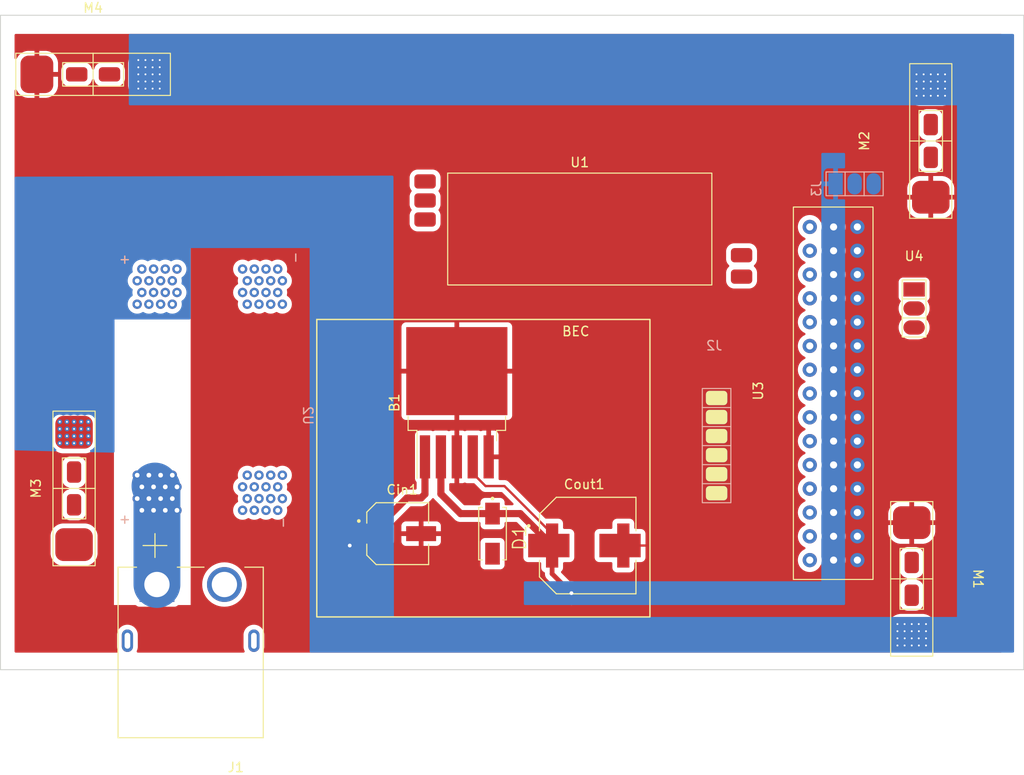
<source format=kicad_pcb>
(kicad_pcb (version 20211014) (generator pcbnew)
  (title_block (title "Indrones S25 PCB") (date "2022-09-22") (rev "V2.0") (company "Indrones") (comment 4 "Author: Lakshya Jain"))
  (layers (0 "F.Cu" signal) (31 "B.Cu" signal) (34 "B.Paste" user) (35 "F.Paste" user) (36 "B.SilkS" user "B.Silkscreen") (37 "F.SilkS" user "F.Silkscreen") (38 "B.Mask" user) (39 "F.Mask" user) (44 "Edge.Cuts" user))
  (net 0 "")
  (net 1 "VCC")
  (net 2 "+5V")
  (net 3 "GND")
  (net 4 "Net-(J1-Pad1)")
  (net 5 "Net-(J1-Pad2)")
  (footprint "S25_Lib:Relay" (layer "F.Cu") (at 146.685 100.838)
    (fp_text reference "U1" (at 0 -7.112 unlocked) (layer "F.SilkS"))
    (fp_text value "Relay")
    (fp_rect (start -14.097 -5.969) (end 14.097 5.969) (layer "F.SilkS") (width 0.12) (fill none))
    (pad "1" smd roundrect (at 17.272 2.794) (size 2.286 1.524) (layers "F.Cu" "F.Paste" "F.Mask"))
    (pad "2" smd roundrect (at 17.272 5.08) (size 2.286 1.524) (layers "F.Cu" "F.Paste" "F.Mask"))
    (pad "3" smd roundrect (at -16.51 -5.08) (size 2.286 1.524) (layers "F.Cu" "F.Paste" "F.Mask"))
    (pad "4" smd roundrect (at -16.51 -3.048) (size 2.286 1.524) (layers "F.Cu" "F.Paste" "F.Mask"))
    (pad "5" smd roundrect (at -16.51 -1.016) (size 2.286 1.524) (layers "F.Cu" "F.Paste" "F.Mask"))
  )
  (footprint "S25_Lib:CAP_EEEFK1C102SV" (layer "F.Cu") (at 147.534 134.62)
    (fp_text reference "Cout1" (at -0.375 -6.535) (layer "F.SilkS"))
    (fp_text value "1000uF")
    (fp_line (start -5.15 -3.35) (end -5.15 -1.57) (layer "F.SilkS") (width 0.127))
    (fp_line (start -3.35 -5.15) (end -5.15 -3.35) (layer "F.SilkS") (width 0.127))
    (fp_line (start 5.15 -1.57) (end 5.15 -5.15) (layer "F.SilkS") (width 0.127))
    (fp_line (start 5.15 -5.15) (end -3.35 -5.15) (layer "F.SilkS") (width 0.127))
    (fp_line (start 5.15 5.15) (end 5.15 1.57) (layer "F.SilkS") (width 0.127))
    (fp_line (start -5.15 3.35) (end -3.35 5.15) (layer "F.SilkS") (width 0.127))
    (fp_line (start -5.15 1.57) (end -5.15 3.35) (layer "F.SilkS") (width 0.127))
    (fp_line (start -3.35 5.15) (end 5.15 5.15) (layer "F.SilkS") (width 0.127))
    (fp_circle (center -6.3 -2.1) (end -6.2 -2.1) (layer "F.SilkS") (width 0.2) (fill none))
    (pad "1" smd custom (at -3.8 0) (size 2 2) (layers "F.Cu") (net 2 "+5V") (options (clearance outline) (anchor rect)) (primitives (gr_poly (pts (xy -0.65 2.35) (xy -0.65 1.25) (xy -2.55 1.25) (xy -2.55 -1.25) (xy -0.65 -1.25) (xy -0.65 -2.35) (xy 0.65 -2.35) (xy 0.65 -1.25) (xy 1.85 -1.25) (xy 1.85 1.25) (xy 0.65 1.25) (xy 0.65 2.35)) (width 0.01) (fill yes))))
    (pad "2" smd custom (at 3.8 0 180) (size 2 2) (layers "F.Cu") (net 3 "GND") (options (clearance outline) (anchor rect)) (primitives (gr_poly (pts (xy 0.65 2.35) (xy 0.65 1.25) (xy 2.55 1.25) (xy 2.55 -1.25) (xy 0.65 -1.25) (xy 0.65 -2.35) (xy -0.65 -2.35) (xy -0.65 -1.25) (xy -1.85 -1.25) (xy -1.85 1.25) (xy -0.65 1.25) (xy -0.65 2.35)) (width 0.01) (fill yes))))
  )
  (footprint "S25_Lib:Motor" (layer "F.Cu") (at 182.118 138.176 -90)
    (fp_text reference "M1" (at 0 -7.088 -90 unlocked) (layer "F.SilkS"))
    (fp_text value "Motor")
    (fp_line (start 0 -2.25) (end 0 2.25) (layer "F.SilkS") (width 0.12))
    (fp_rect (start -8.25 -2.25) (end 8.25 2.25) (layer "F.SilkS") (width 0.12) (fill none))
    (fp_rect (start 3.25 -1.25) (end -3.25 1.25) (layer "F.SilkS") (width 0.12) (fill none))
    (pad "" thru_hole circle (at 4.826 1.524 270) (size 0.5 0.5) (drill 0.2) (layers *.Cu *.Mask) (net 1 "VCC"))
    (pad "" thru_hole circle (at 7.112 0 270) (size 0.5 0.5) (drill 0.2) (layers *.Cu *.Mask) (net 1 "VCC"))
    (pad "" thru_hole circle (at 6.35 0.75 270) (size 0.5 0.5) (drill 0.2) (layers *.Cu *.Mask) (net 1 "VCC"))
    (pad "" thru_hole circle (at 5.588 1.524 270) (size 0.5 0.5) (drill 0.2) (layers *.Cu *.Mask) (net 1 "VCC"))
    (pad "" thru_hole circle (at 4.826 -1.524 270) (size 0.5 0.5) (drill 0.2) (layers *.Cu *.Mask) (net 1 "VCC"))
    (pad "" thru_hole circle (at 7.112 1.524 270) (size 0.5 0.5) (drill 0.2) (layers *.Cu *.Mask) (net 1 "VCC"))
    (pad "" thru_hole circle (at 5.588 0.762 270) (size 0.5 0.5) (drill 0.2) (layers *.Cu *.Mask) (net 1 "VCC"))
    (pad "" thru_hole circle (at 6.35 0 270) (size 0.5 0.5) (drill 0.2) (layers *.Cu *.Mask) (net 1 "VCC"))
    (pad "" thru_hole circle (at 6.35 -0.75 270) (size 0.5 0.5) (drill 0.2) (layers *.Cu *.Mask) (net 1 "VCC"))
    (pad "" thru_hole circle (at 6.35 1.524 270) (size 0.5 0.5) (drill 0.2) (layers *.Cu *.Mask) (net 1 "VCC"))
    (pad "" thru_hole circle (at 7.112 -1.524 270) (size 0.5 0.5) (drill 0.2) (layers *.Cu *.Mask) (net 1 "VCC"))
    (pad "" thru_hole circle (at 5.588 0 270) (size 0.5 0.5) (drill 0.2) (layers *.Cu *.Mask) (net 1 "VCC"))
    (pad "" thru_hole circle (at 5.588 -1.524 270) (size 0.5 0.5) (drill 0.2) (layers *.Cu *.Mask) (net 1 "VCC"))
    (pad "" thru_hole circle (at 4.826 -0.75 270) (size 0.5 0.5) (drill 0.2) (layers *.Cu *.Mask) (net 1 "VCC"))
    (pad "" thru_hole circle (at 7.112 -0.762 270) (size 0.5 0.5) (drill 0.2) (layers *.Cu *.Mask) (net 1 "VCC"))
    (pad "" thru_hole circle (at 4.826 0.762 270) (size 0.5 0.5) (drill 0.2) (layers *.Cu *.Mask) (net 1 "VCC"))
    (pad "" thru_hole circle (at 4.826 0 270) (size 0.5 0.5) (drill 0.2) (layers *.Cu *.Mask) (net 1 "VCC"))
    (pad "" smd roundrect (at 6 0 270) (size 3.5 4) (layers "F.Cu" "F.Paste" "F.Mask") (net 1 "VCC"))
    (pad "" thru_hole circle (at 7.112 0.762 270) (size 0.5 0.5) (drill 0.2) (layers *.Cu *.Mask) (net 1 "VCC"))
    (pad "" thru_hole circle (at 5.588 -0.762 270) (size 0.5 0.5) (drill 0.2) (layers *.Cu *.Mask) (net 1 "VCC"))
    (pad "" thru_hole circle (at 6.35 -1.524 270) (size 0.5 0.5) (drill 0.2) (layers *.Cu *.Mask) (net 1 "VCC"))
    (pad "-" smd roundrect (at -6 0 270) (size 3.5 4) (layers "F.Cu" "F.Paste" "F.Mask") (net 3 "GND"))
    (pad "G" smd roundrect (at -1.75 0 270) (size 2.286 1.524) (layers "F.Cu" "F.Paste" "F.Mask"))
    (pad "S" smd roundrect (at 1.75 0 270) (size 2.286 1.524) (layers "F.Cu" "F.Paste" "F.Mask"))
  )
  (footprint "S25_Lib:Motor" (layer "F.Cu") (at 94.742 84.328)
    (fp_text reference "M4" (at 0 -7.088 unlocked) (layer "F.SilkS"))
    (fp_text value "Motor")
    (fp_line (start 0 -2.25) (end 0 2.25) (layer "F.SilkS") (width 0.12))
    (fp_rect (start -8.25 -2.25) (end 8.25 2.25) (layer "F.SilkS") (width 0.12) (fill none))
    (fp_rect (start 3.25 -1.25) (end -3.25 1.25) (layer "F.SilkS") (width 0.12) (fill none))
    (pad "" thru_hole circle (at 5.588 0.762) (size 0.5 0.5) (drill 0.2) (layers *.Cu *.Mask) (net 1 "VCC"))
    (pad "" thru_hole circle (at 7.112 -0.762) (size 0.5 0.5) (drill 0.2) (layers *.Cu *.Mask) (net 1 "VCC"))
    (pad "" thru_hole circle (at 5.588 1.524) (size 0.5 0.5) (drill 0.2) (layers *.Cu *.Mask) (net 1 "VCC"))
    (pad "" thru_hole circle (at 4.826 0) (size 0.5 0.5) (drill 0.2) (layers *.Cu *.Mask) (net 1 "VCC"))
    (pad "" thru_hole circle (at 5.588 -0.762) (size 0.5 0.5) (drill 0.2) (layers *.Cu *.Mask) (net 1 "VCC"))
    (pad "" thru_hole circle (at 7.112 0.762) (size 0.5 0.5) (drill 0.2) (layers *.Cu *.Mask) (net 1 "VCC"))
    (pad "" thru_hole circle (at 6.35 -1.524) (size 0.5 0.5) (drill 0.2) (layers *.Cu *.Mask) (net 1 "VCC"))
    (pad "" thru_hole circle (at 6.35 -0.75) (size 0.5 0.5) (drill 0.2) (layers *.Cu *.Mask) (net 1 "VCC"))
    (pad "" thru_hole circle (at 4.826 -1.524) (size 0.5 0.5) (drill 0.2) (layers *.Cu *.Mask) (net 1 "VCC"))
    (pad "" thru_hole circle (at 4.826 -0.75) (size 0.5 0.5) (drill 0.2) (layers *.Cu *.Mask) (net 1 "VCC"))
    (pad "" thru_hole circle (at 6.35 0.75) (size 0.5 0.5) (drill 0.2) (layers *.Cu *.Mask) (net 1 "VCC"))
    (pad "" thru_hole circle (at 7.112 0) (size 0.5 0.5) (drill 0.2) (layers *.Cu *.Mask) (net 1 "VCC"))
    (pad "" thru_hole circle (at 6.35 1.524) (size 0.5 0.5) (drill 0.2) (layers *.Cu *.Mask) (net 1 "VCC"))
    (pad "" thru_hole circle (at 4.826 0.762) (size 0.5 0.5) (drill 0.2) (layers *.Cu *.Mask) (net 1 "VCC"))
    (pad "" thru_hole circle (at 5.588 -1.524) (size 0.5 0.5) (drill 0.2) (layers *.Cu *.Mask) (net 1 "VCC"))
    (pad "" thru_hole circle (at 4.826 1.524) (size 0.5 0.5) (drill 0.2) (layers *.Cu *.Mask) (net 1 "VCC"))
    (pad "" thru_hole circle (at 5.588 0) (size 0.5 0.5) (drill 0.2) (layers *.Cu *.Mask) (net 1 "VCC"))
    (pad "" thru_hole circle (at 7.112 -1.524) (size 0.5 0.5) (drill 0.2) (layers *.Cu *.Mask) (net 1 "VCC"))
    (pad "" thru_hole circle (at 6.35 0) (size 0.5 0.5) (drill 0.2) (layers *.Cu *.Mask) (net 1 "VCC"))
    (pad "" thru_hole circle (at 7.112 1.524) (size 0.5 0.5) (drill 0.2) (layers *.Cu *.Mask) (net 1 "VCC"))
    (pad "+" smd roundrect (at 6 0) (size 3.5 4) (layers "F.Cu" "F.Paste" "F.Mask") (net 1 "VCC"))
    (pad "-" smd roundrect (at -6 0) (size 3.5 4) (layers "F.Cu" "F.Paste" "F.Mask") (net 3 "GND"))
    (pad "G" smd roundrect (at -1.75 0) (size 2.286 1.524) (layers "F.Cu" "F.Paste" "F.Mask"))
    (pad "S" smd roundrect (at 1.75 0) (size 2.286 1.524) (layers "F.Cu" "F.Paste" "F.Mask"))
  )
  (footprint "S25_Lib:CAP_EEEFPC101XAL" (layer "F.Cu") (at 127.254 133.35)
    (fp_text reference "Cin1" (at 0.475 -4.685) (layer "F.SilkS"))
    (fp_text value "100uF")
    (fp_line (start -3.3 1.12) (end -3.3 2.3) (layer "F.SilkS") (width 0.127))
    (fp_line (start -3.3 -2.3) (end -3.3 -1.12) (layer "F.SilkS") (width 0.127))
    (fp_line (start -2.3 -3.3) (end -3.3 -2.3) (layer "F.SilkS") (width 0.127))
    (fp_line (start 3.3 -3.3) (end -2.3 -3.3) (layer "F.SilkS") (width 0.127))
    (fp_line (start -3.3 2.3) (end -2.3 3.3) (layer "F.SilkS") (width 0.127))
    (fp_line (start -2.3 3.3) (end 3.3 3.3) (layer "F.SilkS") (width 0.127))
    (fp_line (start 3.3 3.3) (end 3.3 1.12) (layer "F.SilkS") (width 0.127))
    (fp_line (start 3.3 -1.12) (end 3.3 -3.3) (layer "F.SilkS") (width 0.127))
    (fp_circle (center -4.15 -1.35) (end -4.05 -1.35) (layer "F.SilkS") (width 0.2) (fill none))
    (pad "1" smd rect (at -2.5 0) (size 3.2 1.6) (layers "F.Cu" "F.Paste" "F.Mask") (net 1 "VCC"))
    (pad "2" smd rect (at 2.5 0) (size 3.2 1.6) (layers "F.Cu" "F.Paste" "F.Mask") (net 3 "GND"))
  )
  (footprint "S25_Lib:RCOut" (layer "F.Cu") (at 182.372 104.235)
    (fp_text reference "U4" (at 0 -0.5 unlocked) (layer "F.SilkS"))
    (fp_text value "RC_out")
    (fp_line (start 1.27 6.096) (end -1.27 6.096) (layer "F.SilkS") (width 0.12))
    (fp_line (start -1.27 4.064) (end 1.27 4.064) (layer "F.SilkS") (width 0.12))
    (fp_rect (start -1.27 2.032) (end 1.27 8.128) (layer "F.SilkS") (width 0.12) (fill none))
    (pad "1" smd rect (at 0 3.048) (size 2.286 1.524) (layers "F.Cu" "F.Paste" "F.Mask"))
    (pad "2" smd oval (at 0 5.08) (size 2.286 1.524) (layers "F.Cu" "F.Paste" "F.Mask"))
    (pad "3" smd oval (at 0 7.112) (size 2.286 1.524) (layers "F.Cu" "F.Paste" "F.Mask"))
  )
  (footprint "S25_Lib:Motor" (layer "F.Cu") (at 92.71 128.524 90)
    (fp_text reference "M3" (at 0 -4.064 90 unlocked) (layer "F.SilkS"))
    (fp_text value "Motor")
    (fp_line (start 0 -2.25) (end 0 2.25) (layer "F.SilkS") (width 0.12))
    (fp_rect (start 3.25 -1.25) (end -3.25 1.25) (layer "F.SilkS") (width 0.12) (fill none))
    (fp_rect (start -8.25 -2.25) (end 8.25 2.25) (layer "F.SilkS") (width 0.12) (fill none))
    (pad "" thru_hole circle (at 6.35 1.524 90) (size 0.5 0.5) (drill 0.2) (layers *.Cu *.Mask))
    (pad "" thru_hole circle (at 7.112 -1.524 90) (size 0.5 0.5) (drill 0.2) (layers *.Cu *.Mask))
    (pad "" thru_hole circle (at 7.112 0.762 90) (size 0.5 0.5) (drill 0.2) (layers *.Cu *.Mask))
    (pad "" thru_hole circle (at 7.112 -0.762 90) (size 0.5 0.5) (drill 0.2) (layers *.Cu *.Mask))
    (pad "" thru_hole circle (at 6.35 0 90) (size 0.5 0.5) (drill 0.2) (layers *.Cu *.Mask))
    (pad "" thru_hole circle (at 5.588 1.524 90) (size 0.5 0.5) (drill 0.2) (layers *.Cu *.Mask))
    (pad "" thru_hole circle (at 4.826 0.762 90) (size 0.5 0.5) (drill 0.2) (layers *.Cu *.Mask))
    (pad "" thru_hole circle (at 6.35 -0.75 90) (size 0.5 0.5) (drill 0.2) (layers *.Cu *.Mask))
    (pad "" thru_hole circle (at 7.112 0 90) (size 0.5 0.5) (drill 0.2) (layers *.Cu *.Mask))
    (pad "" thru_hole circle (at 4.826 1.524 90) (size 0.5 0.5) (drill 0.2) (layers *.Cu *.Mask))
    (pad "" thru_hole circle (at 6.35 -1.524 90) (size 0.5 0.5) (drill 0.2) (layers *.Cu *.Mask))
    (pad "" thru_hole circle (at 4.826 -0.75 90) (size 0.5 0.5) (drill 0.2) (layers *.Cu *.Mask))
    (pad "" thru_hole circle (at 5.588 -0.762 90) (size 0.5 0.5) (drill 0.2) (layers *.Cu *.Mask))
    (pad "" thru_hole circle (at 5.588 0 90) (size 0.5 0.5) (drill 0.2) (layers *.Cu *.Mask))
    (pad "" thru_hole circle (at 5.588 -1.524 90) (size 0.5 0.5) (drill 0.2) (layers *.Cu *.Mask))
    (pad "" thru_hole circle (at 4.826 -1.524 90) (size 0.5 0.5) (drill 0.2) (layers *.Cu *.Mask))
    (pad "" thru_hole circle (at 7.112 1.524 90) (size 0.5 0.5) (drill 0.2) (layers *.Cu *.Mask))
    (pad "" thru_hole circle (at 5.588 0.762 90) (size 0.5 0.5) (drill 0.2) (layers *.Cu *.Mask))
    (pad "" thru_hole circle (at 6.35 0.75 90) (size 0.5 0.5) (drill 0.2) (layers *.Cu *.Mask))
    (pad "" thru_hole circle (at 4.826 0 90) (size 0.5 0.5) (drill 0.2) (layers *.Cu *.Mask))
    (pad "+" smd roundrect (at 6 0 90) (size 3.5 4) (layers "F.Cu" "F.Paste" "F.Mask"))
    (pad "-" smd roundrect (at -6 0 90) (size 3.5 4) (layers "F.Cu" "F.Paste" "F.Mask"))
    (pad "G" smd roundrect (at -1.75 0 90) (size 2.286 1.524) (layers "F.Cu" "F.Paste" "F.Mask"))
    (pad "S" smd roundrect (at 1.75 0 90) (size 2.286 1.524) (layers "F.Cu" "F.Paste" "F.Mask"))
  )
  (footprint "Package_TO_SOT_SMD:TO-263-5_TabPin3" (layer "F.Cu") (at 133.564 119.38 90)
    (fp_text reference "B1" (at 0 -6.65 90) (layer "F.SilkS"))
    (fp_text value "LM2576HVS-5")
    (fp_line (start -2.95 -4.25) (end -8.075 -4.25) (layer "F.SilkS") (width 0.12))
    (fp_line (start -2.95 5.2) (end -2.95 4.25) (layer "F.SilkS") (width 0.12))
    (fp_line (start -1.45 -5.2) (end -2.95 -5.2) (layer "F.SilkS") (width 0.12))
    (fp_line (start -1.45 5.2) (end -2.95 5.2) (layer "F.SilkS") (width 0.12))
    (fp_line (start -2.95 -5.2) (end -2.95 -4.25) (layer "F.SilkS") (width 0.12))
    (fp_line (start -2.95 4.25) (end -4.05 4.25) (layer "F.SilkS") (width 0.12))
    (pad "1" smd rect (at -5.775 -3.4 90) (size 4.6 1.1) (layers "F.Cu" "F.Paste" "F.Mask") (net 1 "VCC"))
    (pad "2" smd rect (at -5.775 -1.7 90) (size 4.6 1.1) (layers "F.Cu" "F.Paste" "F.Mask") (net 2 "+5V"))
    (pad "3" smd rect (at -5.775 0 90) (size 4.6 1.1) (layers "F.Cu" "F.Paste" "F.Mask") (net 3 "GND"))
    (pad "3" smd rect (at 3.375 0 90) (size 9.4 10.8) (layers "F.Cu" "F.Mask") (net 3 "GND"))
    (pad "4" smd rect (at -5.775 1.7 90) (size 4.6 1.1) (layers "F.Cu" "F.Paste" "F.Mask") (net 2 "+5V"))
    (pad "5" smd rect (at -5.775 3.4 90) (size 4.6 1.1) (layers "F.Cu" "F.Paste" "F.Mask") (net 3 "GND"))
  )
  (footprint "S25_Lib:S1M" (layer "F.Cu") (at 137.374 133.35 -90)
    (fp_text reference "D1" (at 0.445 -2.889 90) (layer "F.SilkS") (effects (font (size 1.4 1.4))))
    (fp_text value "IN5822")
    (fp_line (start -2.8 -1.475) (end 2.8 -1.475) (layer "F.SilkS") (width 0.127))
    (fp_line (start 2.8 1.475) (end -2.8 1.475) (layer "F.SilkS") (width 0.127))
    (fp_line (start -2.8 1.475) (end -2.8 1.1) (layer "F.SilkS") (width 0.127))
    (fp_line (start -2.8 -1.1) (end -2.8 -1.475) (layer "F.SilkS") (width 0.127))
    (fp_line (start 2.8 -1.475) (end 2.8 -1.1) (layer "F.SilkS") (width 0.127))
    (fp_line (start 2.8 1.1) (end 2.8 1.475) (layer "F.SilkS") (width 0.127))
    (fp_circle (center -3.755 0) (end -3.655 0) (layer "F.SilkS") (width 0.2) (fill none))
    (pad "A" smd rect (at 2.14 0 90) (size 2.33 1.56) (layers "F.Cu" "F.Paste" "F.Mask"))
    (pad "C" smd rect (at -2.14 0 270) (size 2.33 1.56) (layers "F.Cu" "F.Paste" "F.Mask"))
  )
  (footprint "S25_Lib:Motor" (layer "F.Cu") (at 184.15 91.44 90)
    (fp_text reference "M2" (at 0 -7.088 90 unlocked) (layer "F.SilkS"))
    (fp_text value "Motor")
    (fp_line (start 0 -2.25) (end 0 2.25) (layer "F.SilkS") (width 0.12))
    (fp_rect (start 3.25 -1.25) (end -3.25 1.25) (layer "F.SilkS") (width 0.12) (fill none))
    (fp_rect (start -8.25 -2.25) (end 8.25 2.25) (layer "F.SilkS") (width 0.12) (fill none))
    (pad "" thru_hole circle (at 5.588 -0.762 90) (size 0.5 0.5) (drill 0.2) (layers *.Cu *.Mask) (net 1 "VCC"))
    (pad "" thru_hole circle (at 4.826 1.524 90) (size 0.5 0.5) (drill 0.2) (layers *.Cu *.Mask) (net 1 "VCC"))
    (pad "" thru_hole circle (at 7.112 1.524 90) (size 0.5 0.5) (drill 0.2) (layers *.Cu *.Mask) (net 1 "VCC"))
    (pad "" thru_hole circle (at 6.35 1.524 90) (size 0.5 0.5) (drill 0.2) (layers *.Cu *.Mask) (net 1 "VCC"))
    (pad "" thru_hole circle (at 6.35 -1.524 90) (size 0.5 0.5) (drill 0.2) (layers *.Cu *.Mask) (net 1 "VCC"))
    (pad "" thru_hole circle (at 7.112 -1.524 90) (size 0.5 0.5) (drill 0.2) (layers *.Cu *.Mask) (net 1 "VCC"))
    (pad "" thru_hole circle (at 5.588 1.524 90) (size 0.5 0.5) (drill 0.2) (layers *.Cu *.Mask) (net 1 "VCC"))
    (pad "" thru_hole circle (at 6.35 0.75 90) (size 0.5 0.5) (drill 0.2) (layers *.Cu *.Mask) (net 1 "VCC"))
    (pad "" thru_hole circle (at 6.35 -0.75 90) (size 0.5 0.5) (drill 0.2) (layers *.Cu *.Mask) (net 1 "VCC"))
    (pad "" thru_hole circle (at 4.826 0.762 90) (size 0.5 0.5) (drill 0.2) (layers *.Cu *.Mask) (net 1 "VCC"))
    (pad "" thru_hole circle (at 4.826 -1.524 90) (size 0.5 0.5) (drill 0.2) (layers *.Cu *.Mask) (net 1 "VCC"))
    (pad "" thru_hole circle (at 7.112 0 90) (size 0.5 0.5) (drill 0.2) (layers *.Cu *.Mask) (net 1 "VCC"))
    (pad "" thru_hole circle (at 7.112 0.762 90) (size 0.5 0.5) (drill 0.2) (layers *.Cu *.Mask) (net 1 "VCC"))
    (pad "" thru_hole circle (at 7.112 -0.762 90) (size 0.5 0.5) (drill 0.2) (layers *.Cu *.Mask) (net 1 "VCC"))
    (pad "" thru_hole circle (at 4.826 0 90) (size 0.5 0.5) (drill 0.2) (layers *.Cu *.Mask) (net 1 "VCC"))
    (pad "" thru_hole circle (at 4.826 -0.75 90) (size 0.5 0.5) (drill 0.2) (layers *.Cu *.Mask) (net 1 "VCC"))
    (pad "" thru_hole circle (at 5.588 -1.524 90) (size 0.5 0.5) (drill 0.2) (layers *.Cu *.Mask) (net 1 "VCC"))
    (pad "" thru_hole circle (at 5.588 0.762 90) (size 0.5 0.5) (drill 0.2) (layers *.Cu *.Mask) (net 1 "VCC"))
    (pad "" thru_hole circle (at 5.588 0 90) (size 0.5 0.5) (drill 0.2) (layers *.Cu *.Mask) (net 1 "VCC"))
    (pad "" thru_hole circle (at 6.35 0 90) (size 0.5 0.5) (drill 0.2) (layers *.Cu *.Mask) (net 1 "VCC"))
    (pad "+" smd roundrect (at 6 0 90) (size 3.5 4) (layers "F.Cu" "F.Paste" "F.Mask") (net 1 "VCC"))
    (pad "-" smd roundrect (at -6 0 90) (size 3.5 4) (layers "F.Cu" "F.Paste" "F.Mask") (net 3 "GND"))
    (pad "G" smd roundrect (at -1.75 0 90) (size 2.286 1.524) (layers "F.Cu" "F.Paste" "F.Mask"))
    (pad "S" smd roundrect (at 1.75 0 90) (size 2.286 1.524) (layers "F.Cu" "F.Paste" "F.Mask"))
  )
  (footprint "S25_Lib:3x15_PIN" (layer "F.Cu") (at 173.736 118.364 90)
    (fp_text reference "U3" (at 0.25 -8 90 unlocked) (layer "F.SilkS"))
    (fp_text value "3x15_pin")
    (fp_rect (start -19.875 -4.25) (end 19.875 4.25) (layer "F.SilkS") (width 0.12) (fill none))
    (pad "1" thru_hole circle (at -17.81 -2.5 90) (size 1.524 1.524) (drill 0.762) (layers *.Cu *.Mask))
    (pad "2" thru_hole circle (at -15.27 -2.5 90) (size 1.524 1.524) (drill 0.762) (layers *.Cu *.Mask))
    (pad "3" thru_hole circle (at -12.73 -2.5 90) (size 1.524 1.524) (drill 0.762) (layers *.Cu *.Mask))
    (pad "4" thru_hole circle (at -10.19 -2.5 90) (size 1.524 1.524) (drill 0.762) (layers *.Cu *.Mask))
    (pad "5" thru_hole circle (at -7.65 -2.5 90) (size 1.524 1.524) (drill 0.762) (layers *.Cu *.Mask))
    (pad "6" thru_hole circle (at -5.11 -2.5 90) (size 1.524 1.524) (drill 0.762) (layers *.Cu *.Mask))
    (pad "7" thru_hole circle (at -2.57 -2.5 90) (size 1.524 1.524) (drill 0.762) (layers *.Cu *.Mask))
    (pad "8" thru_hole circle (at -0.03 -2.5 90) (size 1.524 1.524) (drill 0.762) (layers *.Cu *.Mask))
    (pad "9" thru_hole circle (at 2.51 -2.5 90) (size 1.524 1.524) (drill 0.762) (layers *.Cu *.Mask))
    (pad "10" thru_hole circle (at 5.05 -2.5 90) (size 1.524 1.524) (drill 0.762) (layers *.Cu *.Mask))
    (pad "11" thru_hole circle (at 7.59 -2.5 90) (size 1.524 1.524) (drill 0.762) (layers *.Cu *.Mask))
    (pad "12" thru_hole circle (at 10.13 -2.5 90) (size 1.524 1.524) (drill 0.762) (layers *.Cu *.Mask))
    (pad "13" thru_hole circle (at 12.67 -2.5 90) (size 1.524 1.524) (drill 0.762) (layers *.Cu *.Mask))
    (pad "14" thru_hole circle (at 15.21 -2.5 90) (size 1.524 1.524) (drill 0.762) (layers *.Cu *.Mask))
    (pad "15" thru_hole circle (at 17.75 -2.5 90) (size 1.524 1.524) (drill 0.762) (layers *.Cu *.Mask))
    (pad "16" thru_hole circle (at -17.81 0.04 90) (size 1.524 1.524) (drill 0.762) (layers *.Cu *.Mask) (net 2 "+5V"))
    (pad "17" thru_hole circle (at -15.27 0.04 90) (size 1.524 1.524) (drill 0.762) (layers *.Cu *.Mask) (net 2 "+5V"))
    (pad "18" thru_hole circle (at -12.73 0.04 90) (size 1.524 1.524) (drill 0.762) (layers *.Cu *.Mask) (net 2 "+5V"))
    (pad "19" thru_hole circle (at -10.19 0.04 90) (size 1.524 1.524) (drill 0.762) (layers *.Cu *.Mask) (net 2 "+5V"))
    (pad "20" thru_hole circle (at -7.65 0.04 90) (size 1.524 1.524) (drill 0.762) (layers *.Cu *.Mask) (net 2 "+5V"))
    (pad "21" thru_hole circle (at -5.11 0.04 90) (size 1.524 1.524) (drill 0.762) (layers *.Cu *.Mask) (net 2 "+5V"))
    (pad "22" thru_hole circle (at -2.57 0.04 90) (size 1.524 1.524) (drill 0.762) (layers *.Cu *.Mask) (net 2 "+5V"))
    (pad "23" thru_hole circle (at -0.03 0.04 90) (size 1.524 1.524) (drill 0.762) (layers *.Cu *.Mask) (net 2 "+5V"))
    (pad "24" thru_hole circle (at 2.51 0.04 90) (size 1.524 1.524) (drill 0.762) (layers *.Cu *.Mask) (net 2 "+5V"))
    (pad "25" thru_hole circle (at 5.05 0.04 90) (size 1.524 1.524) (drill 0.762) (layers *.Cu *.Mask) (net 2 "+5V"))
    (pad "26" thru_hole circle (at 7.59 0.04 90) (size 1.524 1.524) (drill 0.762) (layers *.Cu *.Mask) (net 2 "+5V"))
    (pad "27" thru_hole circle (at 10.13 0.04 90) (size 1.524 1.524) (drill 0.762) (layers *.Cu *.Mask) (net 2 "+5V"))
    (pad "28" thru_hole circle (at 12.67 0.04 90) (size 1.524 1.524) (drill 0.762) (layers *.Cu *.Mask) (net 2 "+5V"))
    (pad "29" thru_hole circle (at 15.21 0.04 90) (size 1.524 1.524) (drill 0.762) (layers *.Cu *.Mask) (net 2 "+5V"))
    (pad "30" thru_hole circle (at 17.75 0.04 90) (size 1.524 1.524) (drill 0.762) (layers *.Cu *.Mask) (net 2 "+5V"))
    (pad "31" thru_hole circle (at -17.81 2.58 90) (size 1.524 1.524) (drill 0.762) (layers *.Cu *.Mask) (net 3 "GND"))
    (pad "32" thru_hole circle (at -15.27 2.58 90) (size 1.524 1.524) (drill 0.762) (layers *.Cu *.Mask) (net 3 "GND"))
    (pad "33" thru_hole circle (at -12.73 2.58 90) (size 1.524 1.524) (drill 0.762) (layers *.Cu *.Mask) (net 3 "GND"))
    (pad "34" thru_hole circle (at -10.19 2.58 90) (size 1.524 1.524) (drill 0.762) (layers *.Cu *.Mask) (net 3 "GND"))
    (pad "35" thru_hole circle (at -7.65 2.58 90) (size 1.524 1.524) (drill 0.762) (layers *.Cu *.Mask) (net 3 "GND"))
    (pad "36" thru_hole circle (at -5.11 2.58 90) (size 1.524 1.524) (drill 0.762) (layers *.Cu *.Mask) (net 3 "GND"))
    (pad "37" thru_hole circle (at -2.57 2.58 90) (size 1.524 1.524) (drill 0.762) (layers *.Cu *.Mask) (net 3 "GND"))
    (pad "38" thru_hole circle (at -0.03 2.58 90) (size 1.524 1.524) (drill 0.762) (layers *.Cu *.Mask) (net 3 "GND"))
    (pad "39" thru_hole circle (at 2.51 2.58 90) (size 1.524 1.524) (drill 0.762) (layers *.Cu *.Mask) (net 3 "GND"))
    (pad "40" thru_hole circle (at 5.05 2.58 90) (size 1.524 1.524) (drill 0.762) (layers *.Cu *.Mask) (net 3 "GND"))
    (pad "41" thru_hole circle (at 7.59 2.58 90) (size 1.524 1.524) (drill 0.762) (layers *.Cu *.Mask) (net 3 "GND"))
    (pad "42" thru_hole circle (at 10.13 2.58 90) (size 1.524 1.524) (drill 0.762) (layers *.Cu *.Mask) (net 3 "GND"))
    (pad "43" thru_hole circle (at 12.67 2.58 90) (size 1.524 1.524) (drill 0.762) (layers *.Cu *.Mask) (net 3 "GND"))
    (pad "44" thru_hole circle (at 15.21 2.58 90) (size 1.524 1.524) (drill 0.762) (layers *.Cu *.Mask) (net 3 "GND"))
    (pad "45" thru_hole circle (at 17.75 2.58 90) (size 1.524 1.524) (drill 0.762) (layers *.Cu *.Mask) (net 3 "GND"))
  )
  (footprint "S25_Lib:AMASS_XT60PW-M" (layer "F.Cu") (at 105.156 144.78 180)
    (fp_text reference "J1" (at -4.8236 -13.51498 180) (layer "F.SilkS") (effects (font (size 1.000441 1.000441))))
    (fp_text value "XT60PW-M")
    (fp_line (start 5.08 10.16) (end 3.81 10.16) (layer "F.SilkS") (width 0.127))
    (fp_line (start -7.75 7.85) (end -5.778 7.85) (layer "F.SilkS") (width 0.127))
    (fp_line (start 2.54 10.16) (end 3.81 10.16) (layer "F.SilkS") (width 0.127))
    (fp_line (start 7.75 7.85) (end 7.75 -10.35) (layer "F.SilkS") (width 0.127))
    (fp_line (start 7.75 -10.35) (end -7.75 -10.35) (layer "F.SilkS") (width 0.127))
    (fp_line (start 3.81 10.16) (end 3.81 11.43) (layer "F.SilkS") (width 0.127))
    (fp_line (start 7.75 7.85) (end 5.778 7.85) (layer "F.SilkS") (width 0.127))
    (fp_line (start -1.422 7.85) (end 1.422 7.85) (layer "F.SilkS") (width 0.127))
    (fp_line (start -7.75 -10.35) (end -7.75 7.85) (layer "F.SilkS") (width 0.127))
    (fp_line (start 3.81 10.16) (end 3.81 8.89) (layer "F.SilkS") (width 0.127))
    (pad "1" thru_hole rect (at 3.6 6 180) (size 3.716 3.716) (drill 2.7) (layers *.Cu *.Mask) (net 4 "Net-(J1-Pad1)"))
    (pad "2" thru_hole circle (at -3.6 6 180) (size 3.716 3.716) (drill 2.7) (layers *.Cu *.Mask) (net 5 "Net-(J1-Pad2)"))
    (pad "S1" thru_hole oval (at 6.75 0 180) (size 1.2 2.4) (drill oval 0.6 1.7) (layers *.Cu *.Mask))
    (pad "S2" thru_hole oval (at -6.75 0 180) (size 1.2 2.4) (drill oval 0.6 1.7) (layers *.Cu *.Mask))
  )
  (footprint "S25_Lib:Camera" (layer "B.Cu") (at 161.036 125.222 180)
    (fp_text reference "J2" (at 0 11.938 unlocked) (layer "B.SilkS") (effects (justify mirror)))
    (fp_text value "Camera_Port")
    (fp_line (start -1.778 5.334) (end 1.27 5.334) (layer "B.SilkS") (width 0.12))
    (fp_line (start -1.778 1.27) (end 1.27 1.27) (layer "B.SilkS") (width 0.12))
    (fp_line (start 1.27 -0.762) (end -1.778 -0.762) (layer "B.SilkS") (width 0.12))
    (fp_line (start -1.778 -2.794) (end 1.27 -2.794) (layer "B.SilkS") (width 0.12))
    (fp_line (start 1.27 3.302) (end -1.778 3.302) (layer "B.SilkS") (width 0.12))
    (fp_rect (start -1.778 7.366) (end 1.27 -4.826) (layer "B.SilkS") (width 0.12) (fill none))
    (pad "1" smd roundrect (at -0.254 6.35 180) (size 2.286 1.524) (layers "B.Cu" "B.Paste" "F.SilkS" "B.Mask"))
    (pad "2" smd roundrect (at -0.254 4.318 180) (size 2.286 1.524) (layers "B.Cu" "B.Paste" "F.SilkS" "B.Mask"))
    (pad "3" smd roundrect (at -0.254 2.286 180) (size 2.286 1.524) (layers "B.Cu" "B.Paste" "F.SilkS" "B.Mask"))
    (pad "4" smd roundrect (at -0.254 0.254 180) (size 2.286 1.524) (layers "B.Cu" "B.Paste" "F.SilkS" "B.Mask"))
    (pad "5" smd roundrect (at -0.254 -1.778 180) (size 2.286 1.524) (layers "B.Cu" "B.Paste" "F.SilkS" "B.Mask"))
    (pad "6" smd roundrect (at -0.254 -3.81 180) (size 2.286 1.524) (layers "B.Cu" "B.Paste" "F.SilkS" "B.Mask"))
  )
  (footprint "S25_Lib:Power Module" (layer "B.Cu") (at 107.696 118.11 90)
    (fp_text reference "U2" (at -2.63 9.97 270 unlocked) (layer "B.SilkS") (effects (justify mirror)))
    (fp_text value "Power_Module")
    (fp_text user "-" (at -14.06 7.43 270 unlocked) (layer "B.SilkS") (effects (justify mirror)))
    (fp_text user "+" (at 14 -9.5 270 unlocked) (layer "B.SilkS") (effects (justify mirror)))
    (fp_text user "+" (at -13.75 -9.5 270 unlocked) (layer "B.SilkS") (effects (justify mirror)))
    (fp_text user "-" (at 14.224 8.75 270 unlocked) (layer "B.SilkS") (effects (justify mirror)))
    (pad "" thru_hole circle locked (at 10.5 -7.75 270) (size 1 1) (drill 0.5) (layers *.Cu *.Mask))
    (pad "" thru_hole circle locked (at -10.25 3 90) (size 1 1) (drill 0.5) (layers *.Cu *.Mask))
    (pad "" thru_hole circle locked (at -10.25 -6.5 270) (size 1 1) (drill 0.5) (layers *.Cu *.Mask))
    (pad "" thru_hole circle locked (at 11.75 3.5 90) (size 1 1) (drill 0.5) (layers *.Cu *.Mask))
    (pad "" thru_hole circle locked (at -12.75 6.75 90) (size 1 1) (drill 0.5) (layers *.Cu *.Mask))
    (pad "" thru_hole circle locked (at -10.25 -5.25 270) (size 1 1) (drill 0.5) (layers *.Cu *.Mask))
    (pad "" thru_hole circle locked (at -11.5 3.5 90) (size 1 1) (drill 0.5) (layers *.Cu *.Mask))
    (pad "" thru_hole circle locked (at 9.25 6 90) (size 1 1) (drill 0.5) (layers *.Cu *.Mask))
    (pad "" thru_hole circle locked (at 10.5 5.5 90) (size 1 1) (drill 0.5) (layers *.Cu *.Mask))
    (pad "" thru_hole circle locked (at 9.25 -7 270) (size 1 1) (drill 0.5) (layers *.Cu *.Mask))
    (pad "" thru_hole circle locked (at 13 4.25 90) (size 1 1) (drill 0.5) (layers *.Cu *.Mask))
    (pad "" thru_hole circle locked (at -11.5 -8.25 270) (size 1 1) (drill 0.5) (layers *.Cu *.Mask))
    (pad "" thru_hole circle locked (at 10.5 3 90) (size 1 1) (drill 0.5) (layers *.Cu *.Mask))
    (pad "" thru_hole circle locked (at -12.75 -7.75 270) (size 1 1) (drill 0.5) (layers *.Cu *.Mask))
    (pad "" thru_hole circle locked (at 11.75 -5.75 270) (size 1 1) (drill 0.5) (layers *.Cu *.Mask))
    (pad "" thru_hole circle locked (at 11.75 6 90) (size 1 1) (drill 0.5) (layers *.Cu *.Mask))
    (pad "" thru_hole circle locked (at 9.25 4.75 90) (size 1 1) (drill 0.5) (layers *.Cu *.Mask))
    (pad "" thru_hole circle locked (at -12.75 4.25 90) (size 1 1) (drill 0.5) (layers *.Cu *.Mask))
    (pad "" thru_hole circle locked (at 11.75 4.75 90) (size 1 1) (drill 0.5) (layers *.Cu *.Mask))
    (pad "" thru_hole circle locked (at -12.75 -4 270) (size 1 1) (drill 0.5) (layers *.Cu *.Mask))
    (pad "" thru_hole circle locked (at -12.75 -5.25 270) (size 1 1) (drill 0.5) (layers *.Cu *.Mask))
    (pad "" thru_hole circle locked (at 13 3 90) (size 1 1) (drill 0.5) (layers *.Cu *.Mask))
    (pad "" thru_hole circle locked (at -9 6 90) (size 1 1) (drill 0.5) (layers *.Cu *.Mask))
    (pad "" thru_hole circle locked (at 10.5 6.75 90) (size 1 1) (drill 0.5) (layers *.Cu *.Mask))
    (pad "" thru_hole circle locked (at -10.25 6.75 90) (size 1 1) (drill 0.5) (layers *.Cu *.Mask))
    (pad "" thru_hole circle locked (at -12.75 5.5 90) (size 1 1) (drill 0.5) (layers *.Cu *.Mask))
    (pad "" thru_hole circle locked (at 9.25 3.5 90) (size 1 1) (drill 0.5) (layers *.Cu *.Mask))
    (pad "" thru_hole circle locked (at -9 -8.25 270) (size 1 1) (drill 0.5) (layers *.Cu *.Mask))
    (pad "" thru_hole circle locked (at -10.25 -4 270) (size 1 1) (drill 0.5) (layers *.Cu *.Mask))
    (pad "" thru_hole circle locked (at 13 -5.25 270) (size 1 1) (drill 0.5) (layers *.Cu *.Mask))
    (pad "" thru_hole circle locked (at -11.5 -4.5 270) (size 1 1) (drill 0.5) (layers *.Cu *.Mask))
    (pad "" thru_hole circle locked (at -9 3.5 90) (size 1 1) (drill 0.5) (layers *.Cu *.Mask))
    (pad "" thru_hole circle locked (at -10.25 -7.75 270) (size 1 1) (drill 0.5) (layers *.Cu *.Mask))
    (pad "" thru_hole circle locked (at 9.25 -5.75 270) (size 1 1) (drill 0.5) (layers *.Cu *.Mask))
    (pad "" thru_hole circle locked (at 13 5.5 90) (size 1 1) (drill 0.5) (layers *.Cu *.Mask))
    (pad "" thru_hole circle locked (at -10.25 4.25 90) (size 1 1) (drill 0.5) (layers *.Cu *.Mask))
    (pad "" thru_hole circle locked (at -9 4.75 90) (size 1 1) (drill 0.5) (layers *.Cu *.Mask))
    (pad "" thru_hole circle locked (at 11.75 -8.25 270) (size 1 1) (drill 0.5) (layers *.Cu *.Mask))
    (pad "" thru_hole circle locked (at 13 -6.5 270) (size 1 1) (drill 0.5) (layers *.Cu *.Mask))
    (pad "" thru_hole circle locked (at 9.25 -4.5 270) (size 1 1) (drill 0.5) (layers *.Cu *.Mask))
    (pad "" thru_hole circle locked (at -12.75 3 90) (size 1 1) (drill 0.5) (layers *.Cu *.Mask))
    (pad "" thru_hole circle locked (at 11.75 -7 270) (size 1 1) (drill 0.5) (layers *.Cu *.Mask))
    (pad "" thru_hole circle locked (at -9 -7 270) (size 1 1) (drill 0.5) (layers *.Cu *.Mask))
    (pad "" thru_hole circle locked (at 9.25 -8.25 270) (size 1 1) (drill 0.5) (layers *.Cu *.Mask))
    (pad "" thru_hole circle locked (at 10.5 -5.25 270) (size 1 1) (drill 0.5) (layers *.Cu *.Mask))
    (pad "" thru_hole circle locked (at -11.5 6 90) (size 1 1) (drill 0.5) (layers *.Cu *.Mask))
    (pad "" thru_hole circle locked (at 9.25 7.25 90) (size 1 1) (drill 0.5) (layers *.Cu *.Mask))
    (pad "" thru_hole circle locked (at 10.5 4.25 90) (size 1 1) (drill 0.5) (layers *.Cu *.Mask))
    (pad "" thru_hole circle locked (at -11.5 -7 270) (size 1 1) (drill 0.5) (layers *.Cu *.Mask))
    (pad "" thru_hole circle locked (at 10.5 -6.5 270) (size 1 1) (drill 0.5) (layers *.Cu *.Mask))
    (pad "" thru_hole circle locked (at 11.75 7.25 90) (size 1 1) (drill 0.5) (layers *.Cu *.Mask))
    (pad "" thru_hole circle locked (at 10.5 -4 270) (size 1 1) (drill 0.5) (layers *.Cu *.Mask))
    (pad "" thru_hole circle locked (at -9 7.25 90) (size 1 1) (drill 0.5) (layers *.Cu *.Mask))
    (pad "" thru_hole circle locked (at 13 -7.75 270) (size 1 1) (drill 0.5) (layers *.Cu *.Mask))
    (pad "" thru_hole circle locked (at 13 6.75 90) (size 1 1) (drill 0.5) (layers *.Cu *.Mask))
    (pad "" thru_hole circle locked (at -9 -5.75 270) (size 1 1) (drill 0.5) (layers *.Cu *.Mask))
    (pad "" thru_hole circle locked (at -11.5 -5.75 270) (size 1 1) (drill 0.5) (layers *.Cu *.Mask))
    (pad "" thru_hole circle locked (at -12.75 -6.5 270) (size 1 1) (drill 0.5) (layers *.Cu *.Mask))
    (pad "" thru_hole circle locked (at -11.5 7.25 90) (size 1 1) (drill 0.5) (layers *.Cu *.Mask))
    (pad "" thru_hole circle locked (at -9 -4.5 270) (size 1 1) (drill 0.5) (layers *.Cu *.Mask))
    (pad "" thru_hole circle locked (at -10.25 5.5 90) (size 1 1) (drill 0.5) (layers *.Cu *.Mask))
    (pad "" thru_hole circle locked (at 13 -4 270) (size 1 1) (drill 0.5) (layers *.Cu *.Mask))
    (pad "" thru_hole circle locked (at 11.75 -4.5 270) (size 1 1) (drill 0.5) (layers *.Cu *.Mask))
    (pad "" thru_hole circle locked (at -11.5 4.75 90) (size 1 1) (drill 0.5) (layers *.Cu *.Mask))
  )
  (footprint "S25_Lib:PPK" (layer "B.Cu") (at 179.324 96.52 -90)
    (fp_text reference "J3" (at 0 7.366 90 unlocked) (layer "B.SilkS") (effects (justify mirror)))
    (fp_text value "PPK")
    (fp_line (start -1.778 4.318) (end 0.762 4.318) (layer "B.SilkS") (width 0.12))
    (fp_line (start 0.762 2.286) (end -1.778 2.286) (layer "B.SilkS") (width 0.12))
    (fp_rect (start -1.778 6.35) (end 0.762 0.254) (layer "B.SilkS") (width 0.12) (fill none))
    (pad "1" smd rect (at -0.508 5.334 270) (size 2.286 1.524) (layers "B.Cu" "B.Paste" "B.Mask") (net 2 "+5V"))
    (pad "2" smd oval (at -0.508 3.302 270) (size 2.286 1.524) (layers "B.Cu" "B.Paste" "B.Mask"))
    (pad "3" smd oval (at -0.508 1.27 270) (size 2.286 1.524) (layers "B.Cu" "B.Paste" "B.Mask"))
  )
  (gr_rect (start 118.618 110.49) (end 154.178 142.24) (layer "F.SilkS") (width 0.15) (fill none))
  (gr_rect locked (start 84.855 78.02) (end 194.075 147.87) (layer "Edge.Cuts") (width 0.1) (fill none))
  (gr_text "BEC\n" (at 146.264 111.76) (layer "F.SilkS") (effects (font (size 1 1))))
  (segment (start 124.754 133.025) (end 128.239 129.54) (width 0.762) (layer "F.Cu") (net 1))
  (segment (start 128.239 129.54) (end 129.754 129.54) (width 0.762) (layer "F.Cu") (net 1))
  (segment (start 123.484 134.62) (end 124.754 133.35) (width 0.762) (layer "F.Cu") (net 1))
  (segment (start 124.754 133.35) (end 124.754 133.025) (width 0.25) (layer "F.Cu") (net 1))
  (segment (start 130.164 129.13) (end 130.164 125.155) (width 0.762) (layer "F.Cu") (net 1))
  (segment (start 122.134 134.62) (end 123.484 134.62) (width 0.762) (layer "F.Cu") (net 1))
  (segment (start 129.754 129.54) (end 130.164 129.13) (width 0.762) (layer "F.Cu") (net 1))
  (via (at 122.134 134.62) (size 1.524) (drill 0.4) (layers "F.Cu" "B.Cu") (net 1))
  (segment (start 131.864 129.11) (end 133.964 131.21) (width 0.762) (layer "F.Cu") (net 2))
  (segment (start 137.374 131.21) (end 140.324 131.21) (width 0.762) (layer "F.Cu") (net 2))
  (segment (start 135.264 125.155) (end 135.264 126.905) (width 0.25) (layer "F.Cu") (net 2))
  (segment (start 131.864 126.905) (end 131.864 129.11) (width 0.762) (layer "F.Cu") (net 2))
  (segment (start 138.644 128.27) (end 143.734 133.36) (width 0.25) (layer "F.Cu") (net 2))
  (segment (start 136.629 128.27) (end 138.644 128.27) (width 0.25) (layer "F.Cu") (net 2))
  (segment (start 143.734 133.36) (end 143.734 134.62) (width 0.25) (layer "F.Cu") (net 2))
  (segment (start 135.264 126.905) (end 136.629 128.27) (width 0.25) (layer "F.Cu") (net 2))
  (segment (start 133.964 131.21) (end 137.374 131.21) (width 0.762) (layer "F.Cu") (net 2))
  (segment (start 143.734 137.638) (end 143.734 134.62) (width 0.508) (layer "F.Cu") (net 2))
  (segment (start 131.864 125.155) (end 131.864 126.905) (width 0.25) (layer "F.Cu") (net 2))
  (segment (start 140.324 131.21) (end 143.734 134.62) (width 0.762) (layer "F.Cu") (net 2))
  (segment (start 145.796 139.7) (end 143.734 137.638) (width 0.508) (layer "F.Cu") (net 2))
  (via (at 145.796 139.7) (size 1.524) (drill 0.4) (layers "F.Cu" "B.Cu") (net 2))
  (segment (start 151.334 134.62) (end 155.154 134.62) (width 0.25) (layer "F.Cu") (net 3))
  (segment (start 101.556 128.48) (end 101.346 128.27) (width 5) (layer "B.Cu") (net 4))
  (segment (start 101.556 138.78) (end 101.556 128.48) (width 5) (layer "B.Cu") (net 4))
  (segment (start 101.346 128.27) (end 101.346 129.38) (width 0.25) (layer "B.Cu") (net 4))
  (segment (start 101.346 129.38) (end 101.486 129.52) (width 0.25) (layer "B.Cu") (net 4))
  (zone locked (net 3) (net_name "GND") (layer "F.Cu") (connect_pads (clearance 0.508)) (min_thickness 0.254) (fill yes (thermal_gap 0.508) (thermal_bridge_width 0.508))
    (polygon (pts (xy 191.77 146.05) (xy 86.36 146.05) (xy 86.36 80.01) (xy 191.77 80.01)))
  )
  (zone (net 0) (net_name "") (layer "F.Cu") (connect_pads (clearance 0)) (min_thickness 0.254)
    (keepout (tracks allowed) (vias allowed) (pads allowed) (copperpour not_allowed) (footprints allowed))
    (fill (thermal_gap 0.508) (thermal_bridge_width 0.508))
    (polygon (pts (xy 96.966 101.89) (xy 105.156 101.89) (xy 105.156 140.97) (xy 96.966 140.97)))
  )
  (zone (net 2) (net_name "+5V") (layer "B.Cu") (connect_pads (clearance 0.508)) (min_thickness 0.254) (fill yes (thermal_gap 0.508) (thermal_bridge_width 0.508))
    (polygon (pts (xy 175.006 140.97) (xy 140.716 140.97) (xy 140.716 138.43) (xy 172.466 138.43) (xy 172.466 92.71) (xy 175.006 92.71)))
  )
  (zone (net 1) (net_name "VCC") (layer "B.Cu") (connect_pads (clearance 0.508)) (min_thickness 0.254) (fill yes (thermal_gap 0.508) (thermal_bridge_width 0.508))
    (polygon (pts (xy 193.04 146.05) (xy 117.856 146.05) (xy 117.856 102.87) (xy 105.156 102.87) (xy 105.156 110.49) (xy 101.092 110.49) (xy 97.028 110.49) (xy 97.028 124.714) (xy 86.36 124.46) (xy 86.36 110.49) (xy 86.36 95.25) (xy 126.800519 95.134669) (xy 126.849175 142.239998) (xy 186.944 142.24) (xy 186.944 87.63) (xy 98.552 87.63) (xy 98.552 80.01) (xy 193.04 80.01)))
  )
)
</source>
